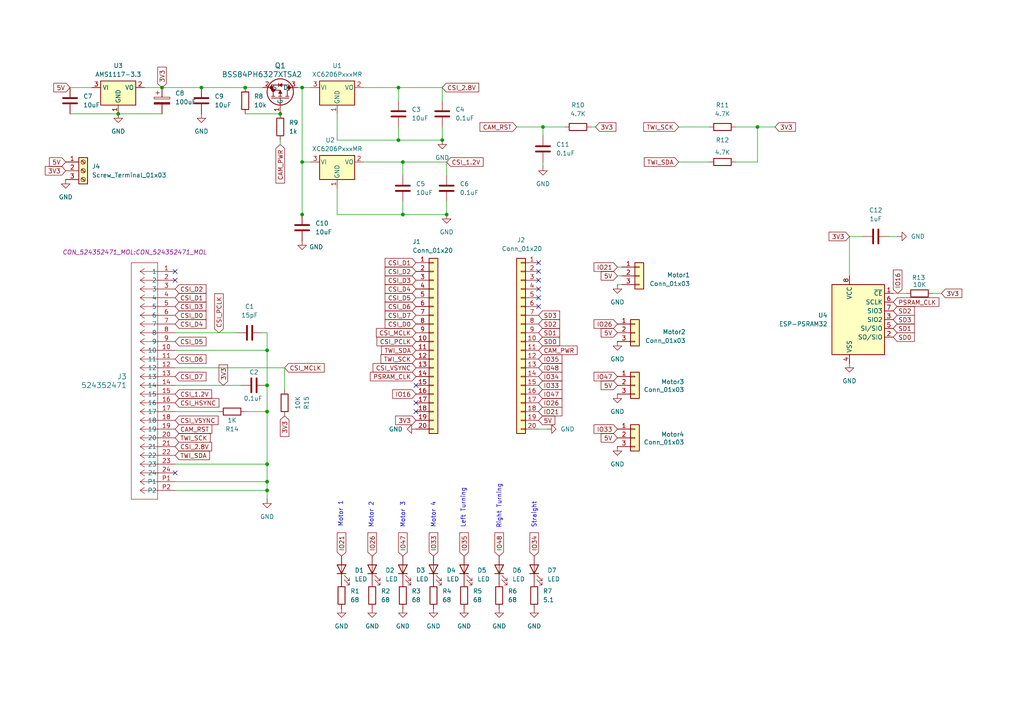
<source format=kicad_sch>
(kicad_sch (version 20231120) (generator "eeschema") (generator_version "8.0")
  (paper "A4")
  (lib_symbols
    (symbol "2024-10-31_01-09-48:524352471" (pin_names (offset 0.254))
      (property "Reference" "J" (at 8.89 6.35 0))
      (property "Value" "524352471" (at 0 0 0))
      (symbol "524352471_1_1"
        (pin unspecified line (at 0 0 0) (length 5.08) (name "1") (number "1"))
        (pin unspecified line (at 0 -22.86 0) (length 5.08) (name "10") (number "10"))
        (pin unspecified line (at 0 -25.4 0) (length 5.08) (name "11") (number "11"))
        (pin unspecified line (at 0 -27.94 0) (length 5.08) (name "12") (number "12"))
        (pin unspecified line (at 0 -30.48 0) (length 5.08) (name "13") (number "13"))
        (pin unspecified line (at 0 -33.02 0) (length 5.08) (name "14") (number "14"))
        (pin unspecified line (at 0 -35.56 0) (length 5.08) (name "15") (number "15"))
        (pin unspecified line (at 0 -38.1 0) (length 5.08) (name "16") (number "16"))
        (pin unspecified line (at 0 -40.64 0) (length 5.08) (name "17") (number "17"))
        (pin unspecified line (at 0 -43.18 0) (length 5.08) (name "18") (number "18"))
        (pin unspecified line (at 0 -45.72 0) (length 5.08) (name "19") (number "19"))
        (pin unspecified line (at 0 -2.54 0) (length 5.08) (name "2") (number "2"))
        (pin unspecified line (at 0 -48.26 0) (length 5.08) (name "20") (number "20"))
        (pin unspecified line (at 0 -50.8 0) (length 5.08) (name "21") (number "21"))
        (pin unspecified line (at 0 -53.34 0) (length 5.08) (name "22") (number "22"))
        (pin unspecified line (at 0 -55.88 0) (length 5.08) (name "23") (number "23"))
        (pin unspecified line (at 0 -58.42 0) (length 5.08) (name "24") (number "24"))
        (pin unspecified line (at 0 -5.08 0) (length 5.08) (name "3") (number "3"))
        (pin unspecified line (at 0 -7.62 0) (length 5.08) (name "4") (number "4"))
        (pin unspecified line (at 0 -10.16 0) (length 5.08) (name "5") (number "5"))
        (pin unspecified line (at 0 -12.7 0) (length 5.08) (name "6") (number "6"))
        (pin unspecified line (at 0 -15.24 0) (length 5.08) (name "7") (number "7"))
        (pin unspecified line (at 0 -17.78 0) (length 5.08) (name "8") (number "8"))
        (pin unspecified line (at 0 -20.32 0) (length 5.08) (name "9") (number "9"))
        (pin unspecified line (at 0 -60.96 0) (length 5.08) (name "P1") (number "P1"))
        (pin unspecified line (at 0 -63.5 0) (length 5.08) (name "P2") (number "P2"))
      )
      (symbol "524352471_1_2"
        (pin unspecified line (at 0 0 0) (length 5.08) (name "1") (number "1"))
        (pin unspecified line (at 0 -22.86 0) (length 5.08) (name "10") (number "10"))
        (pin unspecified line (at 0 -25.4 0) (length 5.08) (name "11") (number "11"))
        (pin unspecified line (at 0 -27.94 0) (length 5.08) (name "12") (number "12"))
        (pin unspecified line (at 0 -30.48 0) (length 5.08) (name "13") (number "13"))
        (pin unspecified line (at 0 -33.02 0) (length 5.08) (name "14") (number "14"))
        (pin unspecified line (at 0 -35.56 0) (length 5.08) (name "15") (number "15"))
        (pin unspecified line (at 0 -38.1 0) (length 5.08) (name "16") (number "16"))
        (pin unspecified line (at 0 -40.64 0) (length 5.08) (name "17") (number "17"))
        (pin unspecified line (at 0 -43.18 0) (length 5.08) (name "18") (number "18"))
        (pin unspecified line (at 0 -45.72 0) (length 5.08) (name "19") (number "19"))
        (pin unspecified line (at 0 -2.54 0) (length 5.08) (name "2") (number "2"))
        (pin unspecified line (at 0 -48.26 0) (length 5.08) (name "20") (number "20"))
        (pin unspecified line (at 0 -50.8 0) (length 5.08) (name "21") (number "21"))
        (pin unspecified line (at 0 -53.34 0) (length 5.08) (name "22") (number "22"))
        (pin unspecified line (at 0 -55.88 0) (length 5.08) (name "23") (number "23"))
        (pin unspecified line (at 0 -58.42 0) (length 5.08) (name "24") (number "24"))
        (pin unspecified line (at 0 -5.08 0) (length 5.08) (name "3") (number "3"))
        (pin unspecified line (at 0 -7.62 0) (length 5.08) (name "4") (number "4"))
        (pin unspecified line (at 0 -10.16 0) (length 5.08) (name "5") (number "5"))
        (pin unspecified line (at 0 -12.7 0) (length 5.08) (name "6") (number "6"))
        (pin unspecified line (at 0 -15.24 0) (length 5.08) (name "7") (number "7"))
        (pin unspecified line (at 0 -17.78 0) (length 5.08) (name "8") (number "8"))
        (pin unspecified line (at 0 -20.32 0) (length 5.08) (name "9") (number "9"))
        (pin unspecified line (at 0 -60.96 0) (length 5.08) (name "P1") (number "P1"))
        (pin unspecified line (at 0 -63.5 0) (length 5.08) (name "P2") (number "P2"))
      )
    )
    (symbol "2024-10-31_05-08-47:BSS84PH6327XTSA2" (pin_names (offset 0.254))
      (property "Reference" "Q" (at 11.43 1.905 0))
      (property "Value" "BSS84PH6327XTSA2" (at 11.43 -2.54 0))
      (symbol "BSS84PH6327XTSA2_0_1"
        (pin unspecified line (at 0 0 0) (length 2.54) (name "G") (number "1"))
        (pin unspecified line (at 7.62 -5.08 90) (length 2.54) (name "S") (number "2"))
        (pin unspecified line (at 7.62 5.08 270) (length 2.54) (name "D") (number "3"))
      )
    )
    (symbol "Connector:Screw_Terminal_01x03" (pin_names (offset 1.016) hide)
      (property "Reference" "J" (at 0 5.08 0))
      (property "Value" "Screw_Terminal_01x03" (at 0 -5.08 0))
      (symbol "Screw_Terminal_01x03_1_1"
        (pin passive line (at -5.08 2.54 0) (length 3.81) (name "Pin_1") (number "1"))
        (pin passive line (at -5.08 0 0) (length 3.81) (name "Pin_2") (number "2"))
        (pin passive line (at -5.08 -2.54 0) (length 3.81) (name "Pin_3") (number "3"))
      )
    )
    (symbol "Connector_Generic:Conn_01x03" (pin_names (offset 1.016) hide)
      (property "Reference" "J" (at 0 5.08 0))
      (property "Value" "Conn_01x03" (at 0 -5.08 0))
      (symbol "Conn_01x03_1_1"
        (pin passive line (at -5.08 2.54 0) (length 3.81) (name "Pin_1") (number "1"))
        (pin passive line (at -5.08 0 0) (length 3.81) (name "Pin_2") (number "2"))
        (pin passive line (at -5.08 -2.54 0) (length 3.81) (name "Pin_3") (number "3"))
      )
    )
    (symbol "Connector_Generic:Conn_01x20" (pin_names (offset 1.016) hide)
      (property "Reference" "J" (at 0 25.4 0))
      (property "Value" "Conn_01x20" (at 0 -27.94 0))
      (symbol "Conn_01x20_1_1"
        (pin passive line (at -5.08 22.86 0) (length 3.81) (name "Pin_1") (number "1"))
        (pin passive line (at -5.08 0 0) (length 3.81) (name "Pin_10") (number "10"))
        (pin passive line (at -5.08 -2.54 0) (length 3.81) (name "Pin_11") (number "11"))
        (pin passive line (at -5.08 -5.08 0) (length 3.81) (name "Pin_12") (number "12"))
        (pin passive line (at -5.08 -7.62 0) (length 3.81) (name "Pin_13") (number "13"))
        (pin passive line (at -5.08 -10.16 0) (length 3.81) (name "Pin_14") (number "14"))
        (pin passive line (at -5.08 -12.7 0) (length 3.81) (name "Pin_15") (number "15"))
        (pin passive line (at -5.08 -15.24 0) (length 3.81) (name "Pin_16") (number "16"))
        (pin passive line (at -5.08 -17.78 0) (length 3.81) (name "Pin_17") (number "17"))
        (pin passive line (at -5.08 -20.32 0) (length 3.81) (name "Pin_18") (number "18"))
        (pin passive line (at -5.08 -22.86 0) (length 3.81) (name "Pin_19") (number "19"))
        (pin passive line (at -5.08 20.32 0) (length 3.81) (name "Pin_2") (number "2"))
        (pin passive line (at -5.08 -25.4 0) (length 3.81) (name "Pin_20") (number "20"))
        (pin passive line (at -5.08 17.78 0) (length 3.81) (name "Pin_3") (number "3"))
        (pin passive line (at -5.08 15.24 0) (length 3.81) (name "Pin_4") (number "4"))
        (pin passive line (at -5.08 12.7 0) (length 3.81) (name "Pin_5") (number "5"))
        (pin passive line (at -5.08 10.16 0) (length 3.81) (name "Pin_6") (number "6"))
        (pin passive line (at -5.08 7.62 0) (length 3.81) (name "Pin_7") (number "7"))
        (pin passive line (at -5.08 5.08 0) (length 3.81) (name "Pin_8") (number "8"))
        (pin passive line (at -5.08 2.54 0) (length 3.81) (name "Pin_9") (number "9"))
      )
    )
    (symbol "Device:C" (pin_numbers hide) (pin_names (offset 0.254))
      (property "Reference" "C" (at 0.635 2.54 0))
      (property "Value" "C" (at 0.635 -2.54 0))
      (symbol "C_1_1"
        (pin passive line (at 0 3.81 270) (length 2.794) (name "~") (number "1"))
        (pin passive line (at 0 -3.81 90) (length 2.794) (name "~") (number "2"))
      )
    )
    (symbol "Device:C_Polarized" (pin_numbers hide) (pin_names (offset 0.254))
      (property "Reference" "C" (at 0.635 2.54 0))
      (property "Value" "C_Polarized" (at 0.635 -2.54 0))
      (symbol "C_Polarized_1_1"
        (pin passive line (at 0 3.81 270) (length 2.794) (name "~") (number "1"))
        (pin passive line (at 0 -3.81 90) (length 2.794) (name "~") (number "2"))
      )
    )
    (symbol "Device:LED" (pin_numbers hide) (pin_names (offset 1.016) hide)
      (property "Reference" "D" (at 0 2.54 0))
      (property "Value" "LED" (at 0 -2.54 0))
      (symbol "LED_1_1"
        (pin passive line (at -3.81 0 0) (length 2.54) (name "K") (number "1"))
        (pin passive line (at 3.81 0 180) (length 2.54) (name "A") (number "2"))
      )
    )
    (symbol "Device:R" (pin_numbers hide) (pin_names (offset 0))
      (property "Reference" "R" (at 2.032 0 90))
      (property "Value" "R" (at 0 0 90))
      (symbol "R_1_1"
        (pin passive line (at 0 3.81 270) (length 1.27) (name "~") (number "1"))
        (pin passive line (at 0 -3.81 90) (length 1.27) (name "~") (number "2"))
      )
    )
    (symbol "Memory_RAM:ESP-PSRAM32"
      (property "Reference" "U" (at 3.81 11.43 0))
      (property "Value" "ESP-PSRAM32" (at -1.27 -11.43 0))
      (symbol "ESP-PSRAM32_1_1"
        (pin input line (at 10.16 7.62 180) (length 2.54) (name "~{CE}") (number "1"))
        (pin output line (at 10.16 -5.08 180) (length 2.54) (name "SO/SIO") (number "2"))
        (pin bidirectional line (at 10.16 0 180) (length 2.54) (name "SIO2") (number "3"))
        (pin power_in line (at -2.54 -12.7 90) (length 2.54) (name "VSS") (number "4"))
        (pin input line (at 10.16 -2.54 180) (length 2.54) (name "SI/SIO") (number "5"))
        (pin output line (at 10.16 5.08 180) (length 2.54) (name "SCLK") (number "6"))
        (pin bidirectional line (at 10.16 2.54 180) (length 2.54) (name "SIO3") (number "7"))
        (pin power_in line (at -2.54 12.7 270) (length 2.54) (name "VCC") (number "8"))
      )
    )
    (symbol "Regulator_Linear:AMS1117-3.3"
      (property "Reference" "U" (at -3.81 3.175 0))
      (property "Value" "AMS1117-3.3" (at 0 3.175 0))
      (symbol "AMS1117-3.3_1_1"
        (pin power_in line (at 0 -7.62 90) (length 2.54) (name "GND") (number "1"))
        (pin power_out line (at 7.62 0 180) (length 2.54) (name "VO") (number "2"))
        (pin power_in line (at -7.62 0 0) (length 2.54) (name "VI") (number "3"))
      )
    )
    (symbol "Regulator_Linear:XC6206PxxxMR" (pin_names (offset 0.254))
      (property "Reference" "U" (at -3.81 3.175 0))
      (property "Value" "XC6206PxxxMR" (at 0 3.175 0))
      (symbol "XC6206PxxxMR_1_1"
        (pin power_in line (at 0 -7.62 90) (length 2.54) (name "GND") (number "1"))
        (pin power_out line (at 7.62 0 180) (length 2.54) (name "VO") (number "2"))
        (pin power_in line (at -7.62 0 0) (length 2.54) (name "VI") (number "3"))
      )
    )
    (symbol "power:GND" (power) (pin_numbers hide) (pin_names (offset 0) hide)
      (property "Value" "GND" (at 0 -3.81 0))
      (symbol "GND_1_1"
        (pin power_in line (at 0 0 270) (length 0) (name "~") (number "1"))
      )
    )
  )
  (junction (at 115.57 40.64))
  (junction (at 87.63 46.99))
  (junction (at 71.12 25.4))
  (junction (at 157.48 36.83))
  (junction (at 128.27 40.64))
  (junction (at 58.42 25.4))
  (junction (at 81.28 33.02))
  (junction (at 116.84 46.99))
  (junction (at 77.47 119.38))
  (junction (at 87.63 25.4))
  (junction (at 115.57 25.4))
  (junction (at 46.99 25.4))
  (junction (at 77.47 139.7))
  (junction (at 87.63 62.23))
  (junction (at 77.47 101.6))
  (junction (at 219.71 36.83))
  (junction (at 129.54 62.23))
  (junction (at 77.47 134.62))
  (junction (at 77.47 111.76))
  (junction (at 77.47 142.24))
  (junction (at 34.29 33.02))
  (junction (at 116.84 62.23))
  (no_connect (at 50.8 81.28))
  (no_connect (at 50.8 137.16))
  (no_connect (at 156.21 76.2))
  (no_connect (at 120.65 116.84))
  (no_connect (at 156.21 86.36))
  (no_connect (at 156.21 81.28))
  (no_connect (at 156.21 83.82))
  (no_connect (at 120.65 119.38))
  (no_connect (at 120.65 111.76))
  (no_connect (at 50.8 78.74))
  (no_connect (at 156.21 88.9))
  (no_connect (at 156.21 78.74))
  (wire (pts (xy 77.47 101.6) (xy 77.47 111.76)))
  (wire (pts (xy 77.47 96.52) (xy 77.47 101.6)))
  (wire (pts (xy 50.8 106.68) (xy 82.55 106.68)))
  (wire (pts (xy 196.85 46.99) (xy 205.74 46.99)))
  (wire (pts (xy 219.71 36.83) (xy 224.79 36.83)))
  (wire (pts (xy 20.32 25.4) (xy 26.67 25.4)))
  (wire (pts (xy 87.63 62.23) (xy 87.63 63.5)))
  (wire (pts (xy 77.47 142.24) (xy 77.47 144.78)))
  (wire (pts (xy 129.54 58.42) (xy 129.54 62.23)))
  (wire (pts (xy 172.72 36.83) (xy 171.45 36.83)))
  (wire (pts (xy 180.34 77.47) (xy 179.07 77.47)))
  (wire (pts (xy 105.41 46.99) (xy 116.84 46.99)))
  (wire (pts (xy 87.63 46.99) (xy 90.17 46.99)))
  (wire (pts (xy 97.79 33.02) (xy 97.79 40.64)))
  (wire (pts (xy 97.79 40.64) (xy 115.57 40.64)))
  (wire (pts (xy 71.12 33.02) (xy 81.28 33.02)))
  (wire (pts (xy 86.36 25.4) (xy 87.63 25.4)))
  (wire (pts (xy 71.12 25.4) (xy 76.2 25.4)))
  (wire (pts (xy 82.55 106.68) (xy 82.55 113.03)))
  (wire (pts (xy 128.27 29.21) (xy 128.27 25.4)))
  (wire (pts (xy 71.12 119.38) (xy 77.47 119.38)))
  (wire (pts (xy 46.99 25.4) (xy 58.42 25.4)))
  (wire (pts (xy 41.91 25.4) (xy 46.99 25.4)))
  (wire (pts (xy 76.2 96.52) (xy 77.47 96.52)))
  (wire (pts (xy 149.86 36.83) (xy 157.48 36.83)))
  (wire (pts (xy 180.34 82.55) (xy 179.07 82.55)))
  (wire (pts (xy 213.36 46.99) (xy 219.71 46.99)))
  (wire (pts (xy 273.05 85.09) (xy 270.51 85.09)))
  (wire (pts (xy 128.27 40.64) (xy 115.57 40.64)))
  (wire (pts (xy 259.08 85.09) (xy 262.89 85.09)))
  (wire (pts (xy 97.79 62.23) (xy 116.84 62.23)))
  (wire (pts (xy 157.48 48.26) (xy 157.48 46.99)))
  (wire (pts (xy 20.32 33.02) (xy 34.29 33.02)))
  (wire (pts (xy 128.27 36.83) (xy 128.27 40.64)))
  (wire (pts (xy 87.63 46.99) (xy 87.63 62.23)))
  (wire (pts (xy 58.42 25.4) (xy 71.12 25.4)))
  (wire (pts (xy 180.34 80.01) (xy 179.07 80.01)))
  (wire (pts (xy 115.57 36.83) (xy 115.57 40.64)))
  (wire (pts (xy 77.47 134.62) (xy 77.47 139.7)))
  (wire (pts (xy 246.38 68.58) (xy 250.19 68.58)))
  (wire (pts (xy 129.54 62.23) (xy 116.84 62.23)))
  (wire (pts (xy 50.8 142.24) (xy 77.47 142.24)))
  (wire (pts (xy 87.63 25.4) (xy 90.17 25.4)))
  (wire (pts (xy 116.84 46.99) (xy 116.84 50.8)))
  (wire (pts (xy 87.63 25.4) (xy 87.63 46.99)))
  (wire (pts (xy 97.79 54.61) (xy 97.79 62.23)))
  (wire (pts (xy 115.57 25.4) (xy 115.57 29.21)))
  (wire (pts (xy 50.8 119.38) (xy 63.5 119.38)))
  (wire (pts (xy 81.28 40.64) (xy 81.28 41.91)))
  (wire (pts (xy 50.8 134.62) (xy 77.47 134.62)))
  (wire (pts (xy 213.36 36.83) (xy 219.71 36.83)))
  (wire (pts (xy 157.48 36.83) (xy 163.83 36.83)))
  (wire (pts (xy 157.48 36.83) (xy 157.48 39.37)))
  (wire (pts (xy 260.35 68.58) (xy 257.81 68.58)))
  (wire (pts (xy 34.29 33.02) (xy 46.99 33.02)))
  (wire (pts (xy 50.8 96.52) (xy 68.58 96.52)))
  (wire (pts (xy 50.8 111.76) (xy 69.85 111.76)))
  (wire (pts (xy 116.84 58.42) (xy 116.84 62.23)))
  (wire (pts (xy 196.85 36.83) (xy 205.74 36.83)))
  (wire (pts (xy 77.47 119.38) (xy 77.47 134.62)))
  (wire (pts (xy 50.8 139.7) (xy 77.47 139.7)))
  (wire (pts (xy 50.8 101.6) (xy 77.47 101.6)))
  (wire (pts (xy 128.27 25.4) (xy 115.57 25.4)))
  (wire (pts (xy 158.75 124.46) (xy 156.21 124.46)))
  (wire (pts (xy 219.71 36.83) (xy 219.71 46.99)))
  (wire (pts (xy 246.38 80.01) (xy 246.38 68.58)))
  (wire (pts (xy 77.47 139.7) (xy 77.47 142.24)))
  (wire (pts (xy 129.54 50.8) (xy 129.54 46.99)))
  (wire (pts (xy 129.54 46.99) (xy 116.84 46.99)))
  (wire (pts (xy 105.41 25.4) (xy 115.57 25.4)))
  (wire (pts (xy 77.47 111.76) (xy 77.47 119.38)))
  (text "Motor 4" (at 125.73 149.352 90) (effects (font (size 1.27 1.27))))
  (text "Motor 1" (at 98.806 149.098 90) (effects (font (size 1.27 1.27))))
  (text "Straight\n" (at 154.94 149.352 90) (effects (font (size 1.27 1.27))))
  (text "Right Turning\n" (at 144.78 146.812 90) (effects (font (size 1.27 1.27))))
  (text "Motor 3\n" (at 116.84 149.352 90) (effects (font (size 1.27 1.27))))
  (text "Motor 2" (at 107.696 149.352 90) (effects (font (size 1.27 1.27))))
  (text "Left Turning" (at 134.366 147.32 90) (effects (font (size 1.27 1.27))))
  (global_label "CSI_D0" (shape input) (at 50.8 91.44 0) (property "Intersheetrefs" "${INTERSHEET_REFS}" (effects (hide yes))))
  (global_label "3V3" (shape input) (at 246.38 68.58 180) (property "Intersheetrefs" "${INTERSHEET_REFS}" (effects (hide yes))))
  (global_label "5V" (shape input) (at 179.07 127 180) (property "Intersheetrefs" "${INTERSHEET_REFS}" (effects (hide yes))))
  (global_label "CSI_PCLK" (shape input) (at 120.65 99.06 180) (property "Intersheetrefs" "${INTERSHEET_REFS}" (effects (hide yes))))
  (global_label "3V3" (shape input) (at 120.65 121.92 180) (property "Intersheetrefs" "${INTERSHEET_REFS}" (effects (hide yes))))
  (global_label "CSI_D7" (shape input) (at 120.65 91.44 180) (property "Intersheetrefs" "${INTERSHEET_REFS}" (effects (hide yes))))
  (global_label "CSI_VSYNC" (shape input) (at 50.8 121.92 0) (property "Intersheetrefs" "${INTERSHEET_REFS}" (effects (hide yes))))
  (global_label "5V" (shape input) (at 156.21 121.92 0) (property "Intersheetrefs" "${INTERSHEET_REFS}" (effects (hide yes))))
  (global_label "IO34" (shape input) (at 154.94 161.29 90) (property "Intersheetrefs" "${INTERSHEET_REFS}" (effects (hide yes))))
  (global_label "5V" (shape input) (at 179.07 96.52 180) (property "Intersheetrefs" "${INTERSHEET_REFS}" (effects (hide yes))))
  (global_label "IO33" (shape input) (at 179.07 124.46 180) (property "Intersheetrefs" "${INTERSHEET_REFS}" (effects (hide yes))))
  (global_label "SD3" (shape input) (at 156.21 91.44 0) (property "Intersheetrefs" "${INTERSHEET_REFS}" (effects (hide yes))))
  (global_label "PSRAM_CLK" (shape input) (at 259.08 87.63 0) (property "Intersheetrefs" "${INTERSHEET_REFS}" (effects (hide yes))))
  (global_label "IO26" (shape input) (at 156.21 116.84 0) (property "Intersheetrefs" "${INTERSHEET_REFS}" (effects (hide yes))))
  (global_label "3V3" (shape input) (at 273.05 85.09 0) (property "Intersheetrefs" "${INTERSHEET_REFS}" (effects (hide yes))))
  (global_label "IO16" (shape input) (at 120.65 114.3 180) (property "Intersheetrefs" "${INTERSHEET_REFS}" (effects (hide yes))))
  (global_label "CSI_2.8V" (shape input) (at 50.8 129.54 0) (property "Intersheetrefs" "${INTERSHEET_REFS}" (effects (hide yes))))
  (global_label "IO21" (shape input) (at 179.07 77.47 180) (property "Intersheetrefs" "${INTERSHEET_REFS}" (effects (hide yes))))
  (global_label "SD2" (shape input) (at 156.21 93.98 0) (property "Intersheetrefs" "${INTERSHEET_REFS}" (effects (hide yes))))
  (global_label "TWI_SDA" (shape input) (at 120.65 101.6 180) (property "Intersheetrefs" "${INTERSHEET_REFS}" (effects (hide yes))))
  (global_label "CSI_D6" (shape input) (at 120.65 88.9 180) (property "Intersheetrefs" "${INTERSHEET_REFS}" (effects (hide yes))))
  (global_label "IO48" (shape input) (at 156.21 106.68 0) (property "Intersheetrefs" "${INTERSHEET_REFS}" (effects (hide yes))))
  (global_label "SD1" (shape input) (at 156.21 96.52 0) (property "Intersheetrefs" "${INTERSHEET_REFS}" (effects (hide yes))))
  (global_label "IO35" (shape input) (at 156.21 104.14 0) (property "Intersheetrefs" "${INTERSHEET_REFS}" (effects (hide yes))))
  (global_label "CSI_2.8V" (shape input) (at 128.27 25.4 0) (property "Intersheetrefs" "${INTERSHEET_REFS}" (effects (hide yes))))
  (global_label "IO47" (shape input) (at 116.84 161.29 90) (property "Intersheetrefs" "${INTERSHEET_REFS}" (effects (hide yes))))
  (global_label "3V3" (shape input) (at 64.77 111.76 90) (property "Intersheetrefs" "${INTERSHEET_REFS}" (effects (hide yes))))
  (global_label "3V3" (shape input) (at 19.05 49.53 180) (property "Intersheetrefs" "${INTERSHEET_REFS}" (effects (hide yes))))
  (global_label "IO33" (shape input) (at 125.73 161.29 90) (property "Intersheetrefs" "${INTERSHEET_REFS}" (effects (hide yes))))
  (global_label "IO35" (shape input) (at 134.62 161.29 90) (property "Intersheetrefs" "${INTERSHEET_REFS}" (effects (hide yes))))
  (global_label "5V" (shape input) (at 20.32 25.4 180) (property "Intersheetrefs" "${INTERSHEET_REFS}" (effects (hide yes))))
  (global_label "CAM_RST" (shape input) (at 149.86 36.83 180) (property "Intersheetrefs" "${INTERSHEET_REFS}" (effects (hide yes))))
  (global_label "IO16" (shape input) (at 260.35 85.09 90) (property "Intersheetrefs" "${INTERSHEET_REFS}" (effects (hide yes))))
  (global_label "CSI_D0" (shape input) (at 120.65 93.98 180) (property "Intersheetrefs" "${INTERSHEET_REFS}" (effects (hide yes))))
  (global_label "5V" (shape input) (at 179.07 80.01 180) (property "Intersheetrefs" "${INTERSHEET_REFS}" (effects (hide yes))))
  (global_label "SD2" (shape input) (at 259.08 90.17 0) (property "Intersheetrefs" "${INTERSHEET_REFS}" (effects (hide yes))))
  (global_label "IO33" (shape input) (at 156.21 111.76 0) (property "Intersheetrefs" "${INTERSHEET_REFS}" (effects (hide yes))))
  (global_label "CAM_PWR" (shape input) (at 156.21 101.6 0) (property "Intersheetrefs" "${INTERSHEET_REFS}" (effects (hide yes))))
  (global_label "SD3" (shape input) (at 259.08 92.71 0) (property "Intersheetrefs" "${INTERSHEET_REFS}" (effects (hide yes))))
  (global_label "CSI_PCLK" (shape input) (at 63.5 96.52 90) (property "Intersheetrefs" "${INTERSHEET_REFS}" (effects (hide yes))))
  (global_label "SD1" (shape input) (at 259.08 95.25 0) (property "Intersheetrefs" "${INTERSHEET_REFS}" (effects (hide yes))))
  (global_label "CSI_D4" (shape input) (at 120.65 83.82 180) (property "Intersheetrefs" "${INTERSHEET_REFS}" (effects (hide yes))))
  (global_label "CSI_D2" (shape input) (at 50.8 83.82 0) (property "Intersheetrefs" "${INTERSHEET_REFS}" (effects (hide yes))))
  (global_label "CSI_1.2V" (shape input) (at 50.8 114.3 0) (property "Intersheetrefs" "${INTERSHEET_REFS}" (effects (hide yes))))
  (global_label "TWI_SDA" (shape input) (at 196.85 46.99 180) (property "Intersheetrefs" "${INTERSHEET_REFS}" (effects (hide yes))))
  (global_label "TWI_SDA" (shape input) (at 50.8 132.08 0) (property "Intersheetrefs" "${INTERSHEET_REFS}" (effects (hide yes))))
  (global_label "CSI_D3" (shape input) (at 120.65 81.28 180) (property "Intersheetrefs" "${INTERSHEET_REFS}" (effects (hide yes))))
  (global_label "3V3" (shape input) (at 172.72 36.83 0) (property "Intersheetrefs" "${INTERSHEET_REFS}" (effects (hide yes))))
  (global_label "IO34" (shape input) (at 156.21 109.22 0) (property "Intersheetrefs" "${INTERSHEET_REFS}" (effects (hide yes))))
  (global_label "SD0" (shape input) (at 259.08 97.79 0) (property "Intersheetrefs" "${INTERSHEET_REFS}" (effects (hide yes))))
  (global_label "3V3" (shape input) (at 46.99 25.4 90) (property "Intersheetrefs" "${INTERSHEET_REFS}" (effects (hide yes))))
  (global_label "SD0" (shape input) (at 156.21 99.06 0) (property "Intersheetrefs" "${INTERSHEET_REFS}" (effects (hide yes))))
  (global_label "5V" (shape input) (at 179.07 111.76 180) (property "Intersheetrefs" "${INTERSHEET_REFS}" (effects (hide yes))))
  (global_label "3V3" (shape input) (at 82.55 120.65 270) (property "Intersheetrefs" "${INTERSHEET_REFS}" (effects (hide yes))))
  (global_label "CSI_D5" (shape input) (at 50.8 99.06 0) (property "Intersheetrefs" "${INTERSHEET_REFS}" (effects (hide yes))))
  (global_label "CSI_D4" (shape input) (at 50.8 93.98 0) (property "Intersheetrefs" "${INTERSHEET_REFS}" (effects (hide yes))))
  (global_label "CSI_D1" (shape input) (at 50.8 86.36 0) (property "Intersheetrefs" "${INTERSHEET_REFS}" (effects (hide yes))))
  (global_label "3V3" (shape input) (at 224.79 36.83 0) (property "Intersheetrefs" "${INTERSHEET_REFS}" (effects (hide yes))))
  (global_label "5V" (shape input) (at 19.05 46.99 180) (property "Intersheetrefs" "${INTERSHEET_REFS}" (effects (hide yes))))
  (global_label "PSRAM_CLK" (shape input) (at 120.65 109.22 180) (property "Intersheetrefs" "${INTERSHEET_REFS}" (effects (hide yes))))
  (global_label "TWI_SCK" (shape input) (at 120.65 104.14 180) (property "Intersheetrefs" "${INTERSHEET_REFS}" (effects (hide yes))))
  (global_label "CSI_HSYNC" (shape input) (at 50.8 116.84 0) (property "Intersheetrefs" "${INTERSHEET_REFS}" (effects (hide yes))))
  (global_label "IO26" (shape input) (at 107.95 161.29 90) (property "Intersheetrefs" "${INTERSHEET_REFS}" (effects (hide yes))))
  (global_label "CSI_MCLK" (shape input) (at 120.65 96.52 180) (property "Intersheetrefs" "${INTERSHEET_REFS}" (effects (hide yes))))
  (global_label "IO48" (shape input) (at 144.78 161.29 90) (property "Intersheetrefs" "${INTERSHEET_REFS}" (effects (hide yes))))
  (global_label "IO21" (shape input) (at 99.06 161.29 90) (property "Intersheetrefs" "${INTERSHEET_REFS}" (effects (hide yes))))
  (global_label "CSI_D5" (shape input) (at 120.65 86.36 180) (property "Intersheetrefs" "${INTERSHEET_REFS}" (effects (hide yes))))
  (global_label "CSI_VSYNC" (shape input) (at 120.65 106.68 180) (property "Intersheetrefs" "${INTERSHEET_REFS}" (effects (hide yes))))
  (global_label "CSI_D6" (shape input) (at 50.8 104.14 0) (property "Intersheetrefs" "${INTERSHEET_REFS}" (effects (hide yes))))
  (global_label "CSI_D3" (shape input) (at 50.8 88.9 0) (property "Intersheetrefs" "${INTERSHEET_REFS}" (effects (hide yes))))
  (global_label "TWI_SCK" (shape input) (at 196.85 36.83 180) (property "Intersheetrefs" "${INTERSHEET_REFS}" (effects (hide yes))))
  (global_label "CSI_1.2V" (shape input) (at 129.54 46.99 0) (property "Intersheetrefs" "${INTERSHEET_REFS}" (effects (hide yes))))
  (global_label "CSI_D7" (shape input) (at 50.8 109.22 0) (property "Intersheetrefs" "${INTERSHEET_REFS}" (effects (hide yes))))
  (global_label "CAM_RST" (shape input) (at 50.8 124.46 0) (property "Intersheetrefs" "${INTERSHEET_REFS}" (effects (hide yes))))
  (global_label "TWI_SCK" (shape input) (at 50.8 127 0) (property "Intersheetrefs" "${INTERSHEET_REFS}" (effects (hide yes))))
  (global_label "CAM_PWR" (shape input) (at 81.28 41.91 270) (property "Intersheetrefs" "${INTERSHEET_REFS}" (effects (hide yes))))
  (global_label "IO47" (shape input) (at 156.21 114.3 0) (property "Intersheetrefs" "${INTERSHEET_REFS}" (effects (hide yes))))
  (global_label "CSI_D2" (shape input) (at 120.65 78.74 180) (property "Intersheetrefs" "${INTERSHEET_REFS}" (effects (hide yes))))
  (global_label "IO21" (shape input) (at 156.21 119.38 0) (property "Intersheetrefs" "${INTERSHEET_REFS}" (effects (hide yes))))
  (global_label "CSI_MCLK" (shape input) (at 82.55 106.68 0) (property "Intersheetrefs" "${INTERSHEET_REFS}" (effects (hide yes))))
  (global_label "CSI_D1" (shape input) (at 120.65 76.2 180) (property "Intersheetrefs" "${INTERSHEET_REFS}" (effects (hide yes))))
  (global_label "IO26" (shape input) (at 179.07 93.98 180) (property "Intersheetrefs" "${INTERSHEET_REFS}" (effects (hide yes))))
  (global_label "IO47" (shape input) (at 179.07 109.22 180) (property "Intersheetrefs" "${INTERSHEET_REFS}" (effects (hide yes))))
  (symbol (lib_id "Device:R") (at 209.55 36.83 90) (unit 1)
    (property "Reference" "R11" (at 209.55 30.48 90))
    (property "Value" "4.7K" (at 209.55 33.02 90))
    (property "Footprint" "Resistor_SMD:R_0603_1608Metric_Pad0.98x0.95mm_HandSolder" (effects (hide yes)))
    (property "Description" "Resistor" (effects (hide yes)))
  )
  (symbol (lib_id "power:GND") (at 179.07 114.3 0) (unit 1)
    (property "Reference" "#PWR04" (effects (hide yes)))
    (property "Value" "GND" (at 179.07 119.38 0))
    (property "Description" "Power symbol creates a global label with name \"GND\" , ground" (effects (hide yes)))
  )
  (symbol (lib_id "Memory_RAM:ESP-PSRAM32") (at 248.92 92.71 0) (unit 1)
    (property "Reference" "U4" (at 240.03 91.4399 0) (effects (justify right)))
    (property "Value" "ESP-PSRAM32" (at 240.03 93.9799 0) (effects (justify right)))
    (property "Footprint" "Package_SO:SOIC-8_3.9x4.9mm_P1.27mm" (effects (hide yes)))
    (property "Datasheet" "https://www.espressif.com/sites/default/files/documentation/esp-psram32_datasheet_en.pdf" (effects (hide yes)))
    (property "Description" "32 Mbit serial pseudo SRAM device organized as 4Mx8 bits, 1.8 VCC, SOIC8 (SOP8)" (effects (hide yes)))
  )
  (symbol (lib_id "Device:LED") (at 107.95 165.1 90) (unit 1)
    (property "Reference" "D2" (at 111.76 165.4174 90) (effects (justify right)))
    (property "Value" "LED" (at 111.76 167.9574 90) (effects (justify right)))
    (property "Footprint" "LED_SMD:LED_0603_1608Metric_Pad1.05x0.95mm_HandSolder" (effects (hide yes)))
    (property "Description" "Light emitting diode" (effects (hide yes)))
  )
  (symbol (lib_id "Device:R") (at 154.94 172.72 0) (unit 1)
    (property "Reference" "R7" (at 157.48 171.4499 0) (effects (justify left)))
    (property "Value" "5.1" (at 157.48 173.9899 0) (effects (justify left)))
    (property "Footprint" "Resistor_SMD:R_0603_1608Metric_Pad0.98x0.95mm_HandSolder" (effects (hide yes)))
    (property "Description" "Resistor" (effects (hide yes)))
  )
  (symbol (lib_id "power:GND") (at 134.62 176.53 0) (unit 1)
    (property "Reference" "#PWR012" (effects (hide yes)))
    (property "Value" "GND" (at 134.62 181.61 0))
    (property "Description" "Power symbol creates a global label with name \"GND\" , ground" (effects (hide yes)))
  )
  (symbol (lib_id "Device:R") (at 144.78 172.72 0) (unit 1)
    (property "Reference" "R6" (at 147.32 171.4499 0) (effects (justify left)))
    (property "Value" "68" (at 147.32 173.9899 0) (effects (justify left)))
    (property "Footprint" "Resistor_SMD:R_0603_1608Metric_Pad0.98x0.95mm_HandSolder" (effects (hide yes)))
    (property "Description" "Resistor" (effects (hide yes)))
  )
  (symbol (lib_id "Connector:Screw_Terminal_01x03") (at 24.13 49.53 0) (unit 1)
    (property "Reference" "J4" (at 26.67 48.2599 0) (effects (justify left)))
    (property "Value" "Screw_Terminal_01x03" (at 26.67 50.7999 0) (effects (justify left)))
    (property "Footprint" "TerminalBlock:TerminalBlock_Altech_AK300-3_P5.00mm" (effects (hide yes)))
    (property "Description" "Generic screw terminal, single row, 01x03, script generated (kicad-library-utils/schlib/autogen/connector/)" (effects (hide yes)))
  )
  (symbol (lib_id "Device:R") (at 81.28 36.83 0) (unit 1)
    (property "Reference" "R9" (at 83.82 35.5599 0) (effects (justify left)))
    (property "Value" "1k" (at 83.82 38.0999 0) (effects (justify left)))
    (property "Footprint" "Resistor_SMD:R_0603_1608Metric_Pad0.98x0.95mm_HandSolder" (effects (hide yes)))
    (property "Description" "Resistor" (effects (hide yes)))
  )
  (symbol (lib_id "Device:C") (at 116.84 54.61 0) (unit 1)
    (property "Reference" "C5" (at 120.65 53.3399 0) (effects (justify left)))
    (property "Value" "10uF" (at 120.65 55.8799 0) (effects (justify left)))
    (property "Footprint" "Capacitor_SMD:C_0603_1608Metric_Pad1.08x0.95mm_HandSolder" (effects (hide yes)))
    (property "Description" "Unpolarized capacitor" (effects (hide yes)))
  )
  (symbol (lib_id "2024-10-31_05-08-47:BSS84PH6327XTSA2") (at 81.28 33.02 270) (mirror x) (unit 1)
    (property "Reference" "Q1" (at 81.28 19.05 90) (effects (font (size 1.524 1.524))))
    (property "Value" "BSS84PH6327XTSA2" (at 75.946 21.59 90) (effects (font (size 1.524 1.524))))
    (property "Footprint" "SOT23_BSS84_INF-L:SOT23_BSS84_INF-M" (effects (hide yes)))
    (property "Datasheet" "BSS84PH6327XTSA2" (effects (hide yes)))
  )
  (symbol (lib_id "Device:LED") (at 125.73 165.1 90) (unit 1)
    (property "Reference" "D4" (at 129.54 165.4174 90) (effects (justify right)))
    (property "Value" "LED" (at 129.54 167.9574 90) (effects (justify right)))
    (property "Footprint" "LED_SMD:LED_0603_1608Metric_Pad1.05x0.95mm_HandSolder" (effects (hide yes)))
    (property "Description" "Light emitting diode" (effects (hide yes)))
  )
  (symbol (lib_id "Device:LED") (at 134.62 165.1 90) (unit 1)
    (property "Reference" "D5" (at 138.43 165.4174 90) (effects (justify right)))
    (property "Value" "LED" (at 138.43 167.9574 90) (effects (justify right)))
    (property "Footprint" "LED_SMD:LED_0603_1608Metric_Pad1.05x0.95mm_HandSolder" (effects (hide yes)))
    (property "Description" "Light emitting diode" (effects (hide yes)))
  )
  (symbol (lib_id "Device:C") (at 115.57 33.02 0) (unit 1)
    (property "Reference" "C3" (at 119.38 31.7499 0) (effects (justify left)))
    (property "Value" "10uF" (at 119.38 34.2899 0) (effects (justify left)))
    (property "Footprint" "Capacitor_SMD:C_0603_1608Metric_Pad1.08x0.95mm_HandSolder" (effects (hide yes)))
    (property "Description" "Unpolarized capacitor" (effects (hide yes)))
  )
  (symbol (lib_id "Device:C") (at 87.63 66.04 0) (unit 1)
    (property "Reference" "C10" (at 91.44 64.7699 0) (effects (justify left)))
    (property "Value" "10uF" (at 91.44 67.3099 0) (effects (justify left)))
    (property "Footprint" "Capacitor_SMD:C_0603_1608Metric_Pad1.08x0.95mm_HandSolder" (effects (hide yes)))
    (property "Description" "Unpolarized capacitor" (effects (hide yes)))
  )
  (symbol (lib_id "power:GND") (at 77.47 144.78 0) (unit 1)
    (property "Reference" "#PWR015" (effects (hide yes)))
    (property "Value" "GND" (at 77.47 149.86 0))
    (property "Description" "Power symbol creates a global label with name \"GND\" , ground" (effects (hide yes)))
  )
  (symbol (lib_id "power:GND") (at 246.38 105.41 0) (unit 1)
    (property "Reference" "#PWR023" (effects (hide yes)))
    (property "Value" "GND" (at 246.38 110.49 0))
    (property "Description" "Power symbol creates a global label with name \"GND\" , ground" (effects (hide yes)))
  )
  (symbol (lib_id "Device:C") (at 73.66 111.76 90) (unit 1)
    (property "Reference" "C2" (at 73.66 107.95 90))
    (property "Value" "0.1uF" (at 73.406 115.57 90))
    (property "Footprint" "Capacitor_SMD:C_0603_1608Metric_Pad1.08x0.95mm_HandSolder" (effects (hide yes)))
    (property "Description" "Unpolarized capacitor" (effects (hide yes)))
  )
  (symbol (lib_id "Connector_Generic:Conn_01x03") (at 184.15 111.76 0) (unit 1)
    (property "Reference" "Motor3" (at 191.77 110.744 0) (effects (justify left)))
    (property "Value" "Conn_01x03" (at 186.69 113.0299 0) (effects (justify left)))
    (property "Footprint" "Connector_JST:JST_EH_B3B-EH-A_1x03_P2.50mm_Vertical" (effects (hide yes)))
    (property "Description" "Generic connector, single row, 01x03, script generated (kicad-library-utils/schlib/autogen/connector/)" (effects (hide yes)))
  )
  (symbol (lib_id "power:GND") (at 179.07 99.06 0) (unit 1)
    (property "Reference" "#PWR05" (effects (hide yes)))
    (property "Value" "GND" (at 179.07 104.14 0))
    (property "Description" "Power symbol creates a global label with name \"GND\" , ground" (effects (hide yes)))
  )
  (symbol (lib_id "power:GND") (at 99.06 176.53 0) (unit 1)
    (property "Reference" "#PWR08" (effects (hide yes)))
    (property "Value" "GND" (at 99.06 181.61 0))
    (property "Description" "Power symbol creates a global label with name \"GND\" , ground" (effects (hide yes)))
  )
  (symbol (lib_id "Device:C_Polarized") (at 46.99 29.21 0) (unit 1)
    (property "Reference" "C8" (at 50.8 27.0509 0) (effects (justify left)))
    (property "Value" "100uF" (at 50.8 29.5909 0) (effects (justify left)))
    (property "Footprint" "Capacitor_SMD:CP_Elec_6.3x5.4" (effects (hide yes)))
    (property "Description" "Polarized capacitor" (effects (hide yes)))
  )
  (symbol (lib_id "Device:R") (at 82.55 116.84 0) (unit 1)
    (property "Reference" "R15" (at 88.9 116.84 90))
    (property "Value" "10K" (at 86.36 116.84 90))
    (property "Footprint" "Resistor_SMD:R_0603_1608Metric_Pad0.98x0.95mm_HandSolder" (effects (hide yes)))
    (property "Description" "Resistor" (effects (hide yes)))
  )
  (symbol (lib_id "power:GND") (at 129.54 62.23 0) (unit 1)
    (property "Reference" "#PWR019" (effects (hide yes)))
    (property "Value" "GND" (at 129.54 67.31 0))
    (property "Description" "Power symbol creates a global label with name \"GND\" , ground" (effects (hide yes)))
  )
  (symbol (lib_id "Device:LED") (at 116.84 165.1 90) (unit 1)
    (property "Reference" "D3" (at 120.65 165.4174 90) (effects (justify right)))
    (property "Value" "LED" (at 120.65 167.9574 90) (effects (justify right)))
    (property "Footprint" "LED_SMD:LED_0603_1608Metric_Pad1.05x0.95mm_HandSolder" (effects (hide yes)))
    (property "Description" "Light emitting diode" (effects (hide yes)))
  )
  (symbol (lib_id "Device:R") (at 107.95 172.72 0) (unit 1)
    (property "Reference" "R2" (at 110.49 171.4499 0) (effects (justify left)))
    (property "Value" "68" (at 110.49 173.9899 0) (effects (justify left)))
    (property "Footprint" "Resistor_SMD:R_0603_1608Metric_Pad0.98x0.95mm_HandSolder" (effects (hide yes)))
    (property "Description" "Resistor" (effects (hide yes)))
  )
  (symbol (lib_id "power:GND") (at 87.63 69.85 0) (unit 1)
    (property "Reference" "#PWR018" (effects (hide yes)))
    (property "Value" "GND" (at 91.694 71.628 0))
    (property "Description" "Power symbol creates a global label with name \"GND\" , ground" (effects (hide yes)))
  )
  (symbol (lib_id "Connector_Generic:Conn_01x20") (at 151.13 99.06 0) (mirror y) (unit 1)
    (property "Reference" "J2" (at 151.13 69.596 0))
    (property "Value" "Conn_01x20" (at 151.384 72.136 0))
    (property "Footprint" "Connector_PinHeader_2.54mm:PinHeader_1x20_P2.54mm_Vertical" (effects (hide yes)))
    (property "Description" "Generic connector, single row, 01x20, script generated (kicad-library-utils/schlib/autogen/connector/)" (effects (hide yes)))
  )
  (symbol (lib_id "power:GND") (at 107.95 176.53 0) (unit 1)
    (property "Reference" "#PWR09" (effects (hide yes)))
    (property "Value" "GND" (at 107.95 181.61 0))
    (property "Description" "Power symbol creates a global label with name \"GND\" , ground" (effects (hide yes)))
  )
  (symbol (lib_id "power:GND") (at 179.07 82.55 0) (unit 1)
    (property "Reference" "#PWR06" (effects (hide yes)))
    (property "Value" "GND" (at 179.07 87.63 0))
    (property "Description" "Power symbol creates a global label with name \"GND\" , ground" (effects (hide yes)))
  )
  (symbol (lib_id "2024-10-31_01-09-48:524352471") (at 50.8 78.74 0) (mirror y) (unit 1)
    (property "Reference" "J3" (at 36.83 109.2199 0) (effects (font (size 1.524 1.524)) (justify left)))
    (property "Value" "524352471" (at 36.83 111.7599 0) (effects (font (size 1.524 1.524)) (justify left)))
    (property "Footprint" "CON_524352471_MOL:CON_524352471_MOL" (at 39.116 73.152 0) (effects (font (italic yes))))
    (property "Datasheet" "524352471" (effects (hide yes)))
  )
  (symbol (lib_id "Device:C") (at 254 68.58 90) (unit 1)
    (property "Reference" "C12" (at 254 60.96 90))
    (property "Value" "1uF" (at 254 63.5 90))
    (property "Footprint" "Capacitor_SMD:C_0603_1608Metric_Pad1.08x0.95mm_HandSolder" (effects (hide yes)))
    (property "Description" "Unpolarized capacitor" (effects (hide yes)))
  )
  (symbol (lib_id "power:GND") (at 154.94 176.53 0) (unit 1)
    (property "Reference" "#PWR014" (effects (hide yes)))
    (property "Value" "GND" (at 154.94 181.61 0))
    (property "Description" "Power symbol creates a global label with name \"GND\" , ground" (effects (hide yes)))
  )
  (symbol (lib_id "Device:R") (at 71.12 29.21 0) (unit 1)
    (property "Reference" "R8" (at 73.66 27.9399 0) (effects (justify left)))
    (property "Value" "10k" (at 73.66 30.4799 0) (effects (justify left)))
    (property "Footprint" "Resistor_SMD:R_0603_1608Metric_Pad0.98x0.95mm_HandSolder" (effects (hide yes)))
    (property "Description" "Resistor" (effects (hide yes)))
  )
  (symbol (lib_id "power:GND") (at 157.48 48.26 0) (unit 1)
    (property "Reference" "#PWR022" (effects (hide yes)))
    (property "Value" "GND" (at 157.48 53.34 0))
    (property "Description" "Power symbol creates a global label with name \"GND\" , ground" (effects (hide yes)))
  )
  (symbol (lib_id "Device:C") (at 20.32 29.21 0) (unit 1)
    (property "Reference" "C7" (at 24.13 27.9399 0) (effects (justify left)))
    (property "Value" "10uF" (at 24.13 30.4799 0) (effects (justify left)))
    (property "Footprint" "Capacitor_SMD:C_0603_1608Metric_Pad1.08x0.95mm_HandSolder" (effects (hide yes)))
    (property "Description" "Unpolarized capacitor" (effects (hide yes)))
  )
  (symbol (lib_id "power:GND") (at 34.29 33.02 0) (unit 1)
    (property "Reference" "#PWR021" (effects (hide yes)))
    (property "Value" "GND" (at 34.29 38.1 0))
    (property "Description" "Power symbol creates a global label with name \"GND\" , ground" (effects (hide yes)))
  )
  (symbol (lib_id "Device:C") (at 157.48 43.18 0) (unit 1)
    (property "Reference" "C11" (at 161.29 41.9099 0) (effects (justify left)))
    (property "Value" "0.1uF" (at 161.29 44.4499 0) (effects (justify left)))
    (property "Footprint" "Capacitor_SMD:C_0603_1608Metric_Pad1.08x0.95mm_HandSolder" (effects (hide yes)))
    (property "Description" "Unpolarized capacitor" (effects (hide yes)))
  )
  (symbol (lib_id "Device:R") (at 134.62 172.72 0) (unit 1)
    (property "Reference" "R5" (at 137.16 171.4499 0) (effects (justify left)))
    (property "Value" "68" (at 137.16 173.9899 0) (effects (justify left)))
    (property "Footprint" "Resistor_SMD:R_0603_1608Metric_Pad0.98x0.95mm_HandSolder" (effects (hide yes)))
    (property "Description" "Resistor" (effects (hide yes)))
  )
  (symbol (lib_id "Connector_Generic:Conn_01x03") (at 184.15 127 0) (unit 1)
    (property "Reference" "Motor4" (at 191.77 125.984 0) (effects (justify left)))
    (property "Value" "Conn_01x03" (at 186.69 128.2699 0) (effects (justify left)))
    (property "Footprint" "Connector_JST:JST_EH_B3B-EH-A_1x03_P2.50mm_Vertical" (effects (hide yes)))
    (property "Description" "Generic connector, single row, 01x03, script generated (kicad-library-utils/schlib/autogen/connector/)" (effects (hide yes)))
  )
  (symbol (lib_id "power:GND") (at 116.84 176.53 0) (unit 1)
    (property "Reference" "#PWR010" (effects (hide yes)))
    (property "Value" "GND" (at 116.84 181.61 0))
    (property "Description" "Power symbol creates a global label with name \"GND\" , ground" (effects (hide yes)))
  )
  (symbol (lib_id "Device:R") (at 67.31 119.38 90) (unit 1)
    (property "Reference" "R14" (at 67.31 124.46 90))
    (property "Value" "1K" (at 67.31 121.92 90))
    (property "Footprint" "Resistor_SMD:R_0603_1608Metric_Pad0.98x0.95mm_HandSolder" (effects (hide yes)))
    (property "Description" "Resistor" (effects (hide yes)))
  )
  (symbol (lib_id "Connector_Generic:Conn_01x03") (at 184.15 96.52 0) (unit 1)
    (property "Reference" "Motor2" (at 198.882 96.266 0) (effects (justify right)))
    (property "Value" "Conn_01x03" (at 198.882 98.806 0) (effects (justify right)))
    (property "Footprint" "Connector_JST:JST_EH_B3B-EH-A_1x03_P2.50mm_Vertical" (effects (hide yes)))
    (property "Description" "Generic connector, single row, 01x03, script generated (kicad-library-utils/schlib/autogen/connector/)" (effects (hide yes)))
  )
  (symbol (lib_id "power:GND") (at 179.07 129.54 0) (unit 1)
    (property "Reference" "#PWR03" (effects (hide yes)))
    (property "Value" "GND" (at 179.07 134.62 0))
    (property "Description" "Power symbol creates a global label with name \"GND\" , ground" (effects (hide yes)))
  )
  (symbol (lib_id "Regulator_Linear:XC6206PxxxMR") (at 97.79 25.4 0) (unit 1)
    (property "Reference" "U1" (at 97.79 19.05 0))
    (property "Value" "XC6206PxxxMR" (at 97.79 21.59 0))
    (property "Footprint" "Package_TO_SOT_SMD:SOT-23-3" (effects (hide yes)))
    (property "Datasheet" "https://www.torexsemi.com/file/xc6206/XC6206.pdf" (effects (hide yes)))
    (property "Description" "Positive 60-250mA Low Dropout Regulator, Fixed Output, SOT-23" (effects (hide yes)))
  )
  (symbol (lib_id "Device:C") (at 58.42 29.21 0) (unit 1)
    (property "Reference" "C9" (at 62.23 27.9399 0) (effects (justify left)))
    (property "Value" "10uF" (at 62.23 30.4799 0) (effects (justify left)))
    (property "Footprint" "Capacitor_SMD:C_0603_1608Metric_Pad1.08x0.95mm_HandSolder" (effects (hide yes)))
    (property "Description" "Unpolarized capacitor" (effects (hide yes)))
  )
  (symbol (lib_id "Device:C") (at 129.54 54.61 0) (unit 1)
    (property "Reference" "C6" (at 133.35 53.3399 0) (effects (justify left)))
    (property "Value" "0.1uF" (at 133.35 55.8799 0) (effects (justify left)))
    (property "Footprint" "Capacitor_SMD:C_0603_1608Metric_Pad1.08x0.95mm_HandSolder" (effects (hide yes)))
    (property "Description" "Unpolarized capacitor" (effects (hide yes)))
  )
  (symbol (lib_id "power:GND") (at 125.73 176.53 0) (unit 1)
    (property "Reference" "#PWR011" (effects (hide yes)))
    (property "Value" "GND" (at 125.73 181.61 0))
    (property "Description" "Power symbol creates a global label with name \"GND\" , ground" (effects (hide yes)))
  )
  (symbol (lib_id "power:GND") (at 19.05 52.07 0) (unit 1)
    (property "Reference" "#PWR07" (effects (hide yes)))
    (property "Value" "GND" (at 19.05 57.15 0))
    (property "Description" "Power symbol creates a global label with name \"GND\" , ground" (effects (hide yes)))
  )
  (symbol (lib_id "Device:LED") (at 154.94 165.1 90) (unit 1)
    (property "Reference" "D7" (at 158.75 165.4174 90) (effects (justify right)))
    (property "Value" "LED" (at 158.75 167.9574 90) (effects (justify right)))
    (property "Footprint" "LED_SMD:LED_0603_1608Metric_Pad1.05x0.95mm_HandSolder" (effects (hide yes)))
    (property "Description" "Light emitting diode" (effects (hide yes)))
  )
  (symbol (lib_id "Connector_Generic:Conn_01x20") (at 125.73 99.06 0) (unit 1)
    (property "Reference" "J1" (at 119.634 70.104 0) (effects (justify left)))
    (property "Value" "Conn_01x20" (at 119.634 72.644 0) (effects (justify left)))
    (property "Footprint" "Connector_PinHeader_2.54mm:PinHeader_1x20_P2.54mm_Vertical" (effects (hide yes)))
    (property "Description" "Generic connector, single row, 01x20, script generated (kicad-library-utils/schlib/autogen/connector/)" (effects (hide yes)))
  )
  (symbol (lib_id "Regulator_Linear:XC6206PxxxMR") (at 97.79 46.99 0) (unit 1)
    (property "Reference" "U2" (at 95.758 40.64 0))
    (property "Value" "XC6206PxxxMR" (at 97.79 43.18 0))
    (property "Footprint" "Package_TO_SOT_SMD:SOT-23-3" (effects (hide yes)))
    (property "Datasheet" "https://www.torexsemi.com/file/xc6206/XC6206.pdf" (effects (hide yes)))
    (property "Description" "Positive 60-250mA Low Dropout Regulator, Fixed Output, SOT-23" (effects (hide yes)))
  )
  (symbol (lib_id "Device:C") (at 72.39 96.52 90) (unit 1)
    (property "Reference" "C1" (at 72.39 88.9 90))
    (property "Value" "15pF" (at 72.39 91.44 90))
    (property "Footprint" "Capacitor_SMD:C_0603_1608Metric_Pad1.08x0.95mm_HandSolder" (effects (hide yes)))
    (property "Description" "Unpolarized capacitor" (effects (hide yes)))
  )
  (symbol (lib_id "Connector_Generic:Conn_01x03") (at 185.42 80.01 0) (unit 1)
    (property "Reference" "Motor1" (at 200.152 79.756 0) (effects (justify right)))
    (property "Value" "Conn_01x03" (at 200.152 82.296 0) (effects (justify right)))
    (property "Footprint" "Connector_JST:JST_EH_B3B-EH-A_1x03_P2.50mm_Vertical" (effects (hide yes)))
    (property "Description" "Generic connector, single row, 01x03, script generated (kicad-library-utils/schlib/autogen/connector/)" (effects (hide yes)))
  )
  (symbol (lib_id "Device:R") (at 116.84 172.72 0) (unit 1)
    (property "Reference" "R3" (at 119.38 171.4499 0) (effects (justify left)))
    (property "Value" "68" (at 119.38 173.9899 0) (effects (justify left)))
    (property "Footprint" "Resistor_SMD:R_0603_1608Metric_Pad0.98x0.95mm_HandSolder" (effects (hide yes)))
    (property "Description" "Resistor" (effects (hide yes)))
  )
  (symbol (lib_id "power:GND") (at 144.78 176.53 0) (unit 1)
    (property "Reference" "#PWR013" (effects (hide yes)))
    (property "Value" "GND" (at 144.78 181.61 0))
    (property "Description" "Power symbol creates a global label with name \"GND\" , ground" (effects (hide yes)))
  )
  (symbol (lib_id "Device:LED") (at 99.06 165.1 90) (unit 1)
    (property "Reference" "D1" (at 102.87 165.4174 90) (effects (justify right)))
    (property "Value" "LED" (at 102.87 167.9574 90) (effects (justify right)))
    (property "Footprint" "LED_SMD:LED_0603_1608Metric_Pad1.05x0.95mm_HandSolder" (effects (hide yes)))
    (property "Description" "Light emitting diode" (effects (hide yes)))
  )
  (symbol (lib_id "power:GND") (at 58.42 33.02 0) (unit 1)
    (property "Reference" "#PWR017" (effects (hide yes)))
    (property "Value" "GND" (at 58.42 38.1 0))
    (property "Description" "Power symbol creates a global label with name \"GND\" , ground" (effects (hide yes)))
  )
  (symbol (lib_id "Device:C") (at 128.27 33.02 0) (unit 1)
    (property "Reference" "C4" (at 132.08 31.7499 0) (effects (justify left)))
    (property "Value" "0.1uF" (at 132.08 34.2899 0) (effects (justify left)))
    (property "Footprint" "Capacitor_SMD:C_0603_1608Metric_Pad1.08x0.95mm_HandSolder" (effects (hide yes)))
    (property "Description" "Unpolarized capacitor" (effects (hide yes)))
  )
  (symbol (lib_id "Regulator_Linear:AMS1117-3.3") (at 34.29 25.4 0) (unit 1)
    (property "Reference" "U3" (at 34.29 19.05 0))
    (property "Value" "AMS1117-3.3" (at 34.29 21.59 0))
    (property "Footprint" "Package_TO_SOT_SMD:SOT-223-3_TabPin2" (effects (hide yes)))
    (property "Datasheet" "http://www.advanced-monolithic.com/pdf/ds1117.pdf" (effects (hide yes)))
    (property "Description" "1A Low Dropout regulator, positive, 3.3V fixed output, SOT-223" (effects (hide yes)))
  )
  (symbol (lib_id "Device:R") (at 167.64 36.83 90) (unit 1)
    (property "Reference" "R10" (at 167.64 30.48 90))
    (property "Value" "4.7K" (at 167.64 33.02 90))
    (property "Footprint" "Resistor_SMD:R_0603_1608Metric_Pad0.98x0.95mm_HandSolder" (effects (hide yes)))
    (property "Description" "Resistor" (effects (hide yes)))
  )
  (symbol (lib_id "power:GND") (at 260.35 68.58 90) (unit 1)
    (property "Reference" "#PWR024" (effects (hide yes)))
    (property "Value" "GND" (at 264.16 68.5799 90) (effects (justify right)))
    (property "Description" "Power symbol creates a global label with name \"GND\" , ground" (effects (hide yes)))
  )
  (symbol (lib_id "Device:R") (at 125.73 172.72 0) (unit 1)
    (property "Reference" "R4" (at 128.27 171.4499 0) (effects (justify left)))
    (property "Value" "68" (at 128.27 173.9899 0) (effects (justify left)))
    (property "Footprint" "Resistor_SMD:R_0603_1608Metric_Pad0.98x0.95mm_HandSolder" (effects (hide yes)))
    (property "Description" "Resistor" (effects (hide yes)))
  )
  (symbol (lib_id "Device:R") (at 209.55 46.99 90) (unit 1)
    (property "Reference" "R12" (at 209.55 40.64 90))
    (property "Value" "4.7K" (at 209.55 44.196 90))
    (property "Footprint" "Resistor_SMD:R_0603_1608Metric_Pad0.98x0.95mm_HandSolder" (effects (hide yes)))
    (property "Description" "Resistor" (effects (hide yes)))
  )
  (symbol (lib_id "power:GND") (at 128.27 40.64 0) (unit 1)
    (property "Reference" "#PWR020" (effects (hide yes)))
    (property "Value" "GND" (at 128.27 45.72 0))
    (property "Description" "Power symbol creates a global label with name \"GND\" , ground" (effects (hide yes)))
  )
  (symbol (lib_id "Device:LED") (at 144.78 165.1 90) (unit 1)
    (property "Reference" "D6" (at 148.59 165.4174 90) (effects (justify right)))
    (property "Value" "LED" (at 148.59 167.9574 90) (effects (justify right)))
    (property "Footprint" "LED_SMD:LED_0603_1608Metric_Pad1.05x0.95mm_HandSolder" (effects (hide yes)))
    (property "Description" "Light emitting diode" (effects (hide yes)))
  )
  (symbol (lib_id "power:GND") (at 158.75 124.46 90) (unit 1)
    (property "Reference" "#PWR01" (effects (hide yes)))
    (property "Value" "GND" (at 162.56 124.4599 90) (effects (justify right)))
    (property "Description" "Power symbol creates a global label with name \"GND\" , ground" (effects (hide yes)))
  )
  (symbol (lib_id "power:GND") (at 120.65 124.46 270) (unit 1)
    (property "Reference" "#PWR02" (effects (hide yes)))
    (property "Value" "GND" (at 116.84 124.4599 90) (effects (justify right)))
    (property "Description" "Power symbol creates a global label with name \"GND\" , ground" (effects (hide yes)))
  )
  (symbol (lib_id "Device:R") (at 266.7 85.09 90) (unit 1)
    (property "Reference" "R13" (at 266.446 80.518 90))
    (property "Value" "10K" (at 266.7 82.55 90))
    (property "Footprint" "Resistor_SMD:R_0603_1608Metric_Pad0.98x0.95mm_HandSolder" (effects (hide yes)))
    (property "Description" "Resistor" (effects (hide yes)))
  )
  (symbol (lib_id "Device:R") (at 99.06 172.72 0) (unit 1)
    (property "Reference" "R1" (at 101.6 171.4499 0) (effects (justify left)))
    (property "Value" "68" (at 101.6 173.9899 0) (effects (justify left)))
    (property "Footprint" "Resistor_SMD:R_0603_1608Metric_Pad0.98x0.95mm_HandSolder" (effects (hide yes)))
    (property "Description" "Resistor" (effects (hide yes)))
  )
)
</source>
